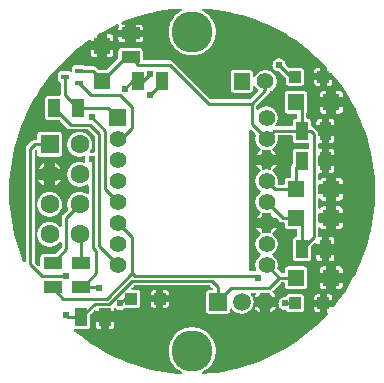
<source format=gtl>
G04 Layer: TopLayer*
G04 EasyEDA v6.4.20.6, 2021-07-31T12:59:30+08:00*
G04 153d8ea1f4684e84bb4c1cd47195d1c2,dc0dc03e7b3a4ea6afb4baf6e71cf47e,10*
G04 Gerber Generator version 0.2*
G04 Scale: 100 percent, Rotated: No, Reflected: No *
G04 Dimensions in inches *
G04 leading zeros omitted , absolute positions ,3 integer and 6 decimal *
%FSLAX36Y36*%
%MOIN*%

%ADD10C,0.0100*%
%ADD11C,0.0240*%
%ADD12R,0.0394X0.0394*%
%ADD13R,0.0610X0.0394*%
%ADD14R,0.0394X0.0610*%
%ADD15R,0.0551X0.0551*%
%ADD16R,0.0276X0.0157*%
%ADD18C,0.0591*%
%ADD19C,0.0551*%
%ADD20R,0.0630X0.0630*%
%ADD21C,0.0630*%
%ADD23C,0.0551*%
%ADD24C,0.1370*%

%LPD*%
G36*
X783319Y99720D02*
G01*
X781740Y99920D01*
X780380Y100700D01*
X779419Y101940D01*
X779000Y103460D01*
X779220Y105020D01*
X780020Y106380D01*
X781280Y107340D01*
X782039Y107700D01*
X788660Y111660D01*
X794860Y116260D01*
X800580Y121440D01*
X805759Y127140D01*
X810340Y133340D01*
X814320Y139960D01*
X817620Y146940D01*
X820220Y154200D01*
X822080Y161680D01*
X823220Y169300D01*
X823600Y177000D01*
X823220Y184720D01*
X822080Y192340D01*
X820220Y199820D01*
X817620Y207079D01*
X814320Y214060D01*
X810340Y220680D01*
X805759Y226860D01*
X800580Y232580D01*
X794860Y237760D01*
X788660Y242360D01*
X782039Y246320D01*
X775080Y249620D01*
X767820Y252220D01*
X760340Y254100D01*
X752700Y255219D01*
X745000Y255600D01*
X737300Y255219D01*
X729659Y254100D01*
X722180Y252220D01*
X714920Y249620D01*
X707960Y246320D01*
X701340Y242360D01*
X695140Y237760D01*
X689419Y232580D01*
X684240Y226860D01*
X679659Y220680D01*
X675680Y214060D01*
X672380Y207079D01*
X669780Y199820D01*
X667920Y192340D01*
X666780Y184720D01*
X666400Y177000D01*
X666780Y169300D01*
X667920Y161680D01*
X669780Y154200D01*
X672380Y146940D01*
X675680Y139960D01*
X679659Y133340D01*
X684240Y127140D01*
X689419Y121440D01*
X695140Y116260D01*
X701340Y111660D01*
X707960Y107700D01*
X709740Y106500D01*
X710540Y105160D01*
X710759Y103600D01*
X710380Y102080D01*
X709419Y100840D01*
X708080Y100040D01*
X706520Y99840D01*
X695699Y100520D01*
X673920Y102680D01*
X652220Y105620D01*
X630640Y109340D01*
X609200Y113840D01*
X587940Y119100D01*
X566880Y125100D01*
X546060Y131880D01*
X525480Y139400D01*
X505200Y147640D01*
X485220Y156600D01*
X465580Y166280D01*
X446300Y176660D01*
X427400Y187740D01*
X408900Y199460D01*
X390840Y211860D01*
X373260Y224899D01*
X356140Y238560D01*
X351460Y242560D01*
X350439Y243900D01*
X350060Y245539D01*
X350379Y247200D01*
X351380Y248560D01*
X352819Y249400D01*
X354500Y249579D01*
X356160Y249380D01*
X395100Y249380D01*
X397560Y249660D01*
X399680Y250420D01*
X401599Y251620D01*
X403200Y253200D01*
X404400Y255120D01*
X405140Y257240D01*
X405420Y259720D01*
X405420Y296760D01*
X405720Y298300D01*
X406580Y299580D01*
X417760Y310740D01*
X419060Y311600D01*
X420580Y311900D01*
X422120Y311600D01*
X423420Y310720D01*
X424280Y309440D01*
X424580Y307760D01*
X442020Y307760D01*
X442020Y314800D01*
X442340Y316340D01*
X443200Y317620D01*
X444500Y318500D01*
X446019Y318800D01*
X462720Y318800D01*
X464240Y318500D01*
X465540Y317620D01*
X466400Y316340D01*
X466719Y314800D01*
X466719Y307760D01*
X484159Y307760D01*
X484159Y315080D01*
X484540Y316760D01*
X485580Y318140D01*
X487120Y318940D01*
X488860Y319020D01*
X490460Y318340D01*
X493960Y315880D01*
X497440Y314240D01*
X501160Y313260D01*
X505000Y312920D01*
X508840Y313260D01*
X512560Y314240D01*
X516040Y315880D01*
X519260Y318120D01*
X520340Y319140D01*
X521599Y319940D01*
X523080Y320220D01*
X562220Y320220D01*
X564680Y320500D01*
X566820Y321240D01*
X568720Y322440D01*
X570320Y324040D01*
X571520Y325940D01*
X572260Y328080D01*
X572540Y330540D01*
X572540Y369460D01*
X572260Y371920D01*
X571520Y374060D01*
X570320Y375959D01*
X568720Y377560D01*
X566820Y378760D01*
X564680Y379500D01*
X562220Y379780D01*
X545800Y379780D01*
X544260Y380080D01*
X542960Y380959D01*
X542100Y382260D01*
X541800Y383780D01*
X542100Y385319D01*
X542960Y386620D01*
X550080Y393720D01*
X551380Y394600D01*
X552920Y394900D01*
X802080Y394900D01*
X803620Y394600D01*
X804920Y393720D01*
X812180Y386460D01*
X813060Y385160D01*
X813360Y383620D01*
X813060Y382100D01*
X812180Y380800D01*
X810900Y379940D01*
X809360Y379620D01*
X801960Y379620D01*
X799500Y379340D01*
X797360Y378600D01*
X795460Y377400D01*
X793860Y375800D01*
X792660Y373900D01*
X791919Y371760D01*
X791640Y369300D01*
X791640Y310700D01*
X791919Y308240D01*
X792660Y306100D01*
X793860Y304200D01*
X795460Y302600D01*
X797360Y301400D01*
X799500Y300660D01*
X801960Y300380D01*
X860560Y300380D01*
X863020Y300660D01*
X865160Y301400D01*
X867060Y302600D01*
X868660Y304200D01*
X869860Y306100D01*
X870600Y308240D01*
X870879Y310700D01*
X870879Y314220D01*
X871220Y315820D01*
X872180Y317160D01*
X873580Y318000D01*
X875200Y318220D01*
X876780Y317760D01*
X878020Y316700D01*
X880620Y313420D01*
X884419Y309740D01*
X888680Y306600D01*
X893319Y304060D01*
X898259Y302160D01*
X903420Y300940D01*
X908680Y300400D01*
X913960Y300580D01*
X919180Y301460D01*
X924240Y303020D01*
X929040Y305260D01*
X933500Y308100D01*
X937540Y311520D01*
X941100Y315440D01*
X944080Y319800D01*
X945780Y323180D01*
X946700Y324360D01*
X947840Y325080D01*
X947480Y326540D01*
X947700Y328040D01*
X948220Y329540D01*
X949260Y334720D01*
X949620Y340000D01*
X949260Y345280D01*
X948220Y350460D01*
X947700Y351960D01*
X947480Y353459D01*
X947860Y354960D01*
X946700Y355640D01*
X945780Y356820D01*
X944080Y360200D01*
X941720Y363640D01*
X941080Y365240D01*
X941160Y366960D01*
X941960Y368480D01*
X943340Y369520D01*
X945020Y369900D01*
X953720Y369900D01*
X955460Y369500D01*
X956840Y368400D01*
X957620Y366800D01*
X957620Y365020D01*
X956860Y363420D01*
X956080Y362420D01*
X953379Y357860D01*
X953120Y357260D01*
X971480Y357260D01*
X971480Y365900D01*
X971780Y367440D01*
X972640Y368720D01*
X973940Y369600D01*
X975480Y369900D01*
X1001000Y369900D01*
X1001620Y369960D01*
X1003259Y369780D01*
X1004700Y368940D01*
X1005660Y367600D01*
X1006000Y365980D01*
X1006000Y357260D01*
X1024300Y357260D01*
X1022820Y360200D01*
X1019840Y364560D01*
X1016280Y368480D01*
X1014040Y370360D01*
X1013040Y371659D01*
X1012640Y373260D01*
X1012900Y374880D01*
X1013800Y376240D01*
X1041280Y403720D01*
X1042580Y404600D01*
X1044120Y404900D01*
X1049280Y404900D01*
X1050820Y404600D01*
X1052120Y403720D01*
X1052980Y402440D01*
X1053280Y400900D01*
X1053280Y392660D01*
X1053560Y390200D01*
X1054300Y388060D01*
X1055520Y386160D01*
X1057100Y384560D01*
X1059020Y383360D01*
X1061140Y382620D01*
X1063620Y382340D01*
X1118280Y382340D01*
X1120740Y382620D01*
X1122880Y383360D01*
X1124780Y384560D01*
X1126380Y386160D01*
X1127580Y388060D01*
X1128320Y390200D01*
X1128600Y392660D01*
X1128600Y447340D01*
X1128320Y449799D01*
X1127580Y451940D01*
X1126380Y453840D01*
X1124780Y455439D01*
X1122880Y456640D01*
X1120740Y457380D01*
X1118280Y457660D01*
X1063620Y457660D01*
X1061140Y457380D01*
X1059020Y456640D01*
X1057100Y455439D01*
X1055520Y453840D01*
X1054300Y451940D01*
X1053560Y449799D01*
X1053280Y447340D01*
X1053280Y439099D01*
X1052980Y437560D01*
X1052120Y436280D01*
X1050820Y435400D01*
X1049280Y435100D01*
X1044100Y435100D01*
X1042560Y435400D01*
X1041260Y436280D01*
X1029820Y447700D01*
X1028980Y448940D01*
X1028660Y450400D01*
X1028880Y451880D01*
X1029280Y453000D01*
X1030340Y458020D01*
X1030680Y463140D01*
X1030340Y468280D01*
X1029280Y473300D01*
X1027560Y478140D01*
X1025200Y482720D01*
X1022240Y486900D01*
X1018720Y490660D01*
X1014740Y493900D01*
X1013319Y494780D01*
X1012140Y495880D01*
X1011480Y497380D01*
X1011480Y499000D01*
X1012140Y500500D01*
X1013319Y501599D01*
X1014740Y502460D01*
X1018720Y505720D01*
X1022240Y509460D01*
X1025200Y513660D01*
X1027560Y518220D01*
X1029280Y523080D01*
X1030340Y528100D01*
X1030680Y533220D01*
X1030340Y538360D01*
X1029280Y543380D01*
X1027560Y548220D01*
X1025200Y552800D01*
X1022240Y556980D01*
X1018720Y560740D01*
X1014740Y563980D01*
X1013319Y564860D01*
X1012140Y565960D01*
X1011480Y567460D01*
X1011480Y569080D01*
X1012140Y570580D01*
X1013319Y571680D01*
X1014740Y572540D01*
X1018720Y575800D01*
X1022240Y579540D01*
X1025200Y583740D01*
X1026900Y587020D01*
X1009300Y587020D01*
X1009300Y572960D01*
X1009040Y571500D01*
X1008280Y570260D01*
X1007099Y569380D01*
X1005699Y568980D01*
X1004240Y569100D01*
X1000699Y570100D01*
X995600Y570800D01*
X990460Y570800D01*
X985360Y570100D01*
X981820Y569100D01*
X980360Y568980D01*
X978960Y569380D01*
X977780Y570260D01*
X977020Y571500D01*
X976760Y572960D01*
X976760Y587020D01*
X959160Y587020D01*
X960860Y583740D01*
X963820Y579540D01*
X967340Y575800D01*
X971320Y572540D01*
X972740Y571680D01*
X973920Y570580D01*
X974580Y569080D01*
X974580Y567460D01*
X973920Y565960D01*
X972740Y564860D01*
X971320Y563980D01*
X967340Y560740D01*
X963820Y556980D01*
X960860Y552800D01*
X958500Y548220D01*
X956780Y543380D01*
X955740Y538360D01*
X955380Y533220D01*
X955740Y528100D01*
X956780Y523080D01*
X958500Y518220D01*
X960860Y513660D01*
X963820Y509460D01*
X967340Y505720D01*
X971320Y502460D01*
X972740Y501599D01*
X973920Y500500D01*
X974580Y499000D01*
X974580Y497380D01*
X973920Y495880D01*
X972740Y494780D01*
X971320Y493900D01*
X967340Y490660D01*
X963820Y486900D01*
X960860Y482720D01*
X958500Y478140D01*
X956780Y473300D01*
X955740Y468280D01*
X955380Y463140D01*
X955740Y458020D01*
X956780Y453000D01*
X958500Y448140D01*
X959080Y447020D01*
X959520Y445439D01*
X959300Y443840D01*
X958460Y442440D01*
X957120Y441500D01*
X955540Y441160D01*
X940200Y441160D01*
X938660Y441480D01*
X937380Y442340D01*
X936500Y443640D01*
X936200Y445160D01*
X936200Y908900D01*
X936500Y910440D01*
X937360Y911720D01*
X938660Y912600D01*
X940180Y912900D01*
X941720Y912600D01*
X943020Y911740D01*
X956120Y898800D01*
X956960Y897560D01*
X957300Y896100D01*
X957080Y894620D01*
X956780Y893780D01*
X955740Y888740D01*
X955380Y883620D01*
X955740Y878500D01*
X956780Y873460D01*
X958500Y868620D01*
X960860Y864060D01*
X963820Y859860D01*
X967340Y856100D01*
X971320Y852860D01*
X972740Y852000D01*
X973920Y850879D01*
X974580Y849400D01*
X974580Y847760D01*
X973920Y846280D01*
X972740Y845160D01*
X971320Y844300D01*
X967340Y841060D01*
X963820Y837300D01*
X960860Y833100D01*
X959160Y829820D01*
X976760Y829820D01*
X976760Y843900D01*
X977020Y845340D01*
X977780Y846580D01*
X978960Y847480D01*
X980360Y847880D01*
X981820Y847740D01*
X985360Y846760D01*
X990460Y846060D01*
X995600Y846060D01*
X1000699Y846760D01*
X1004240Y847740D01*
X1005699Y847880D01*
X1007099Y847480D01*
X1008280Y846580D01*
X1009040Y845340D01*
X1009300Y843900D01*
X1009300Y829820D01*
X1026900Y829820D01*
X1025200Y833100D01*
X1022240Y837300D01*
X1018720Y841060D01*
X1014740Y844300D01*
X1013319Y845160D01*
X1012140Y846280D01*
X1011480Y847760D01*
X1011480Y849400D01*
X1012140Y850879D01*
X1013319Y852000D01*
X1014740Y852860D01*
X1018720Y856100D01*
X1022240Y859860D01*
X1025200Y864060D01*
X1027560Y868620D01*
X1029280Y873460D01*
X1030340Y878500D01*
X1030680Y883620D01*
X1030340Y888740D01*
X1030060Y890080D01*
X1030080Y891840D01*
X1030860Y893420D01*
X1032240Y894520D01*
X1033960Y894900D01*
X1076840Y894900D01*
X1078380Y894599D01*
X1079680Y893720D01*
X1080540Y892440D01*
X1080840Y890900D01*
X1080840Y879720D01*
X1081120Y877240D01*
X1081860Y875120D01*
X1083060Y873199D01*
X1084660Y871620D01*
X1086580Y870420D01*
X1088700Y869659D01*
X1091160Y869380D01*
X1130100Y869380D01*
X1132120Y869260D01*
X1133560Y868439D01*
X1134560Y867080D01*
X1134900Y865460D01*
X1134900Y854539D01*
X1134560Y852920D01*
X1133560Y851560D01*
X1132120Y850740D01*
X1130100Y850620D01*
X1091160Y850620D01*
X1088700Y850340D01*
X1086580Y849580D01*
X1084660Y848379D01*
X1083060Y846800D01*
X1081860Y844880D01*
X1081120Y842760D01*
X1080840Y840280D01*
X1080840Y803100D01*
X1080620Y801740D01*
X1079940Y800560D01*
X1078400Y798700D01*
X1077020Y796080D01*
X1076160Y793259D01*
X1075840Y790120D01*
X1075840Y756660D01*
X1075540Y755120D01*
X1074680Y753840D01*
X1073380Y752960D01*
X1071840Y752660D01*
X1063620Y752660D01*
X1061140Y752380D01*
X1059020Y751640D01*
X1057100Y750440D01*
X1055520Y748840D01*
X1054300Y746940D01*
X1053560Y744800D01*
X1053280Y742340D01*
X1053280Y734100D01*
X1052980Y732560D01*
X1052120Y731280D01*
X1050820Y730400D01*
X1049280Y730100D01*
X1033540Y730100D01*
X1031820Y730480D01*
X1030440Y731580D01*
X1029640Y733160D01*
X1029620Y734920D01*
X1030340Y738340D01*
X1030680Y743460D01*
X1030340Y748580D01*
X1029280Y753620D01*
X1027560Y758460D01*
X1025200Y763020D01*
X1022240Y767220D01*
X1018720Y770980D01*
X1014740Y774220D01*
X1013319Y775080D01*
X1012140Y776200D01*
X1011480Y777680D01*
X1011480Y779320D01*
X1012140Y780800D01*
X1013319Y781919D01*
X1014740Y782780D01*
X1018720Y786020D01*
X1022240Y789780D01*
X1025200Y793980D01*
X1026900Y797260D01*
X1009300Y797260D01*
X1009300Y783180D01*
X1009040Y781740D01*
X1008280Y780500D01*
X1007099Y779599D01*
X1005699Y779200D01*
X1004240Y779340D01*
X1000699Y780320D01*
X995600Y781020D01*
X990460Y781020D01*
X985360Y780320D01*
X981820Y779340D01*
X980360Y779200D01*
X978960Y779599D01*
X977780Y780500D01*
X977020Y781740D01*
X976760Y783180D01*
X976760Y797260D01*
X959160Y797260D01*
X960860Y793980D01*
X963820Y789780D01*
X967340Y786020D01*
X971320Y782780D01*
X972740Y781919D01*
X973920Y780800D01*
X974580Y779320D01*
X974580Y777680D01*
X973920Y776200D01*
X972740Y775080D01*
X971320Y774220D01*
X967340Y770980D01*
X963820Y767220D01*
X960860Y763020D01*
X958500Y758460D01*
X956780Y753620D01*
X955740Y748580D01*
X955380Y743460D01*
X955740Y738340D01*
X956780Y733300D01*
X958500Y728460D01*
X960860Y723900D01*
X963820Y719700D01*
X967340Y715939D01*
X971320Y712700D01*
X972720Y711840D01*
X973920Y710740D01*
X974560Y709240D01*
X974560Y707620D01*
X973920Y706120D01*
X972720Y705000D01*
X971320Y704140D01*
X967340Y700900D01*
X963820Y697140D01*
X960860Y692960D01*
X958500Y688379D01*
X956780Y683540D01*
X955740Y678520D01*
X955380Y673379D01*
X955740Y668259D01*
X956780Y663240D01*
X958500Y658379D01*
X960860Y653820D01*
X963820Y649620D01*
X967340Y645879D01*
X971320Y642620D01*
X972740Y641760D01*
X973920Y640660D01*
X974580Y639160D01*
X974580Y637540D01*
X973920Y636040D01*
X972740Y634940D01*
X971320Y634060D01*
X967340Y630820D01*
X963820Y627060D01*
X960860Y622880D01*
X959160Y619580D01*
X976760Y619580D01*
X976760Y633660D01*
X977020Y635100D01*
X977780Y636360D01*
X978960Y637240D01*
X980360Y637640D01*
X981820Y637520D01*
X985360Y636520D01*
X990460Y635820D01*
X995600Y635820D01*
X1000699Y636520D01*
X1004240Y637520D01*
X1005699Y637640D01*
X1007099Y637240D01*
X1008280Y636360D01*
X1009040Y635100D01*
X1009300Y633660D01*
X1009300Y619580D01*
X1023820Y619580D01*
X1025340Y619280D01*
X1026640Y618420D01*
X1035600Y609460D01*
X1038040Y607460D01*
X1040639Y606060D01*
X1043480Y605200D01*
X1046620Y604900D01*
X1049280Y604900D01*
X1050820Y604600D01*
X1052120Y603720D01*
X1052980Y602440D01*
X1053280Y600900D01*
X1053280Y592660D01*
X1053560Y590200D01*
X1054300Y588060D01*
X1055520Y586160D01*
X1057100Y584560D01*
X1059020Y583360D01*
X1061140Y582620D01*
X1063620Y582340D01*
X1091540Y582340D01*
X1093060Y582040D01*
X1094360Y581160D01*
X1095220Y579880D01*
X1095540Y578340D01*
X1095540Y559620D01*
X1095220Y558080D01*
X1094360Y556780D01*
X1093060Y555920D01*
X1088700Y555340D01*
X1086580Y554580D01*
X1084660Y553380D01*
X1083060Y551800D01*
X1081860Y549880D01*
X1081120Y547760D01*
X1080840Y545280D01*
X1080840Y484720D01*
X1081120Y482239D01*
X1081860Y480120D01*
X1083060Y478200D01*
X1084660Y476620D01*
X1086580Y475420D01*
X1088700Y474660D01*
X1091160Y474380D01*
X1130100Y474380D01*
X1132560Y474660D01*
X1134680Y475420D01*
X1136600Y476620D01*
X1138200Y478200D01*
X1139400Y480120D01*
X1140140Y482239D01*
X1140420Y484720D01*
X1140420Y521780D01*
X1140720Y523300D01*
X1141580Y524600D01*
X1152760Y535780D01*
X1154060Y536640D01*
X1155580Y536940D01*
X1157120Y536640D01*
X1158420Y535780D01*
X1159280Y534480D01*
X1159580Y532760D01*
X1177020Y532760D01*
X1177020Y555620D01*
X1169900Y555620D01*
X1167880Y555740D01*
X1166440Y556560D01*
X1165440Y557920D01*
X1165100Y559540D01*
X1165100Y585840D01*
X1165460Y587520D01*
X1166500Y588880D01*
X1168000Y589700D01*
X1169700Y589800D01*
X1171300Y589200D01*
X1172480Y587980D01*
X1173620Y586160D01*
X1175220Y584560D01*
X1177140Y583360D01*
X1179260Y582620D01*
X1181720Y582340D01*
X1192780Y582340D01*
X1192780Y603720D01*
X1169100Y603720D01*
X1167560Y604020D01*
X1166280Y604900D01*
X1165400Y606180D01*
X1165100Y607720D01*
X1165100Y632280D01*
X1165400Y633820D01*
X1166280Y635100D01*
X1167560Y635980D01*
X1169100Y636280D01*
X1192780Y636280D01*
X1192780Y657660D01*
X1181720Y657660D01*
X1179260Y657380D01*
X1177140Y656640D01*
X1175220Y655440D01*
X1173620Y653840D01*
X1172480Y652020D01*
X1171300Y650800D01*
X1169700Y650200D01*
X1168000Y650300D01*
X1166500Y651120D01*
X1165460Y652480D01*
X1165100Y654160D01*
X1165100Y680840D01*
X1165460Y682520D01*
X1166500Y683880D01*
X1168000Y684700D01*
X1169700Y684800D01*
X1171300Y684200D01*
X1172480Y682980D01*
X1173620Y681160D01*
X1175220Y679560D01*
X1177140Y678360D01*
X1179260Y677620D01*
X1181720Y677340D01*
X1192780Y677340D01*
X1192780Y698720D01*
X1169100Y698720D01*
X1167560Y699020D01*
X1166280Y699900D01*
X1165400Y701180D01*
X1165100Y702720D01*
X1165100Y727280D01*
X1165400Y728820D01*
X1166280Y730100D01*
X1167560Y730980D01*
X1169100Y731280D01*
X1192780Y731280D01*
X1192780Y752660D01*
X1181720Y752660D01*
X1179260Y752380D01*
X1177140Y751640D01*
X1175220Y750440D01*
X1173620Y748840D01*
X1172480Y747020D01*
X1171300Y745800D01*
X1169700Y745200D01*
X1168000Y745300D01*
X1166500Y746120D01*
X1165460Y747480D01*
X1165100Y749160D01*
X1165100Y765460D01*
X1165440Y767080D01*
X1166440Y768439D01*
X1167880Y769260D01*
X1169900Y769380D01*
X1177020Y769380D01*
X1177020Y792240D01*
X1169100Y792240D01*
X1167560Y792540D01*
X1166280Y793420D01*
X1165400Y794720D01*
X1165100Y796240D01*
X1165100Y823760D01*
X1165400Y825280D01*
X1166280Y826580D01*
X1167560Y827460D01*
X1169100Y827760D01*
X1177020Y827760D01*
X1177020Y850620D01*
X1169900Y850620D01*
X1167880Y850740D01*
X1166440Y851560D01*
X1165440Y852920D01*
X1165100Y854539D01*
X1165100Y865460D01*
X1165440Y867080D01*
X1166440Y868439D01*
X1167880Y869260D01*
X1169900Y869380D01*
X1177020Y869380D01*
X1177020Y892240D01*
X1169100Y892240D01*
X1167560Y892540D01*
X1166280Y893420D01*
X1165400Y894720D01*
X1165100Y896240D01*
X1165100Y899800D01*
X1164800Y902940D01*
X1163940Y905780D01*
X1162540Y908379D01*
X1160540Y910819D01*
X1150820Y920540D01*
X1148380Y922540D01*
X1145780Y923940D01*
X1143260Y924700D01*
X1141780Y925520D01*
X1140780Y926880D01*
X1140420Y928520D01*
X1140420Y940280D01*
X1140140Y942760D01*
X1139400Y944880D01*
X1138200Y946800D01*
X1136600Y948379D01*
X1134680Y949580D01*
X1132560Y950340D01*
X1129740Y950620D01*
X1128200Y950920D01*
X1126900Y951780D01*
X1126040Y953080D01*
X1125740Y954620D01*
X1125740Y968960D01*
X1125880Y970080D01*
X1126340Y971100D01*
X1127580Y973060D01*
X1128320Y975200D01*
X1128600Y977660D01*
X1128600Y1032340D01*
X1128320Y1034800D01*
X1127580Y1036940D01*
X1126380Y1038840D01*
X1124780Y1040440D01*
X1122880Y1041640D01*
X1120740Y1042380D01*
X1118280Y1042660D01*
X1063620Y1042660D01*
X1061140Y1042380D01*
X1059020Y1041640D01*
X1057100Y1040440D01*
X1055520Y1038840D01*
X1054300Y1036940D01*
X1053560Y1034800D01*
X1053280Y1032340D01*
X1053280Y977660D01*
X1053560Y975200D01*
X1054300Y973060D01*
X1055520Y971160D01*
X1057100Y969560D01*
X1059020Y968360D01*
X1061140Y967620D01*
X1063620Y967340D01*
X1091540Y967340D01*
X1093060Y967039D01*
X1094360Y966160D01*
X1095220Y964880D01*
X1095540Y963340D01*
X1095540Y954620D01*
X1095220Y953080D01*
X1094360Y951780D01*
X1093060Y950920D01*
X1088700Y950340D01*
X1086580Y949580D01*
X1084660Y948379D01*
X1083060Y946800D01*
X1081860Y944880D01*
X1081120Y942760D01*
X1080840Y940280D01*
X1080840Y929100D01*
X1080540Y927560D01*
X1079680Y926280D01*
X1078380Y925400D01*
X1076840Y925100D01*
X1026540Y925100D01*
X1024840Y925480D01*
X1023480Y926540D01*
X1022680Y928080D01*
X1022600Y929800D01*
X1023280Y931400D01*
X1025200Y934140D01*
X1027560Y938700D01*
X1029280Y943540D01*
X1030340Y948580D01*
X1030680Y953700D01*
X1030340Y958820D01*
X1029280Y963860D01*
X1027560Y968700D01*
X1025200Y973259D01*
X1022240Y977460D01*
X1018720Y981220D01*
X1014740Y984460D01*
X1010360Y987120D01*
X1005639Y989180D01*
X1000699Y990560D01*
X995600Y991260D01*
X990460Y991260D01*
X985360Y990560D01*
X980420Y989180D01*
X975699Y987120D01*
X971320Y984460D01*
X967340Y981220D01*
X966420Y980240D01*
X965140Y979320D01*
X963600Y978980D01*
X962039Y979260D01*
X960699Y980120D01*
X959820Y981420D01*
X959500Y982980D01*
X959500Y991480D01*
X959800Y993020D01*
X960680Y994320D01*
X999940Y1033580D01*
X1001940Y1036020D01*
X1004180Y1040100D01*
X1005540Y1041080D01*
X1006700Y1041580D01*
X1011080Y1044240D01*
X1015060Y1047480D01*
X1018580Y1051240D01*
X1021540Y1055440D01*
X1023900Y1060000D01*
X1025620Y1064840D01*
X1026660Y1069880D01*
X1027020Y1075000D01*
X1026660Y1080120D01*
X1025620Y1085160D01*
X1023900Y1090000D01*
X1021540Y1094560D01*
X1018580Y1098760D01*
X1015060Y1102520D01*
X1011080Y1105760D01*
X1006700Y1108420D01*
X1001979Y1110480D01*
X997039Y1111860D01*
X991940Y1112560D01*
X986800Y1112560D01*
X981720Y1111860D01*
X976760Y1110480D01*
X972039Y1108420D01*
X967660Y1105760D01*
X963680Y1102520D01*
X960160Y1098760D01*
X957200Y1094560D01*
X955840Y1091940D01*
X954700Y1090580D01*
X953100Y1089860D01*
X951340Y1089880D01*
X949760Y1090680D01*
X948680Y1092060D01*
X948280Y1093780D01*
X948280Y1102340D01*
X948020Y1104800D01*
X947260Y1106940D01*
X946060Y1108840D01*
X944479Y1110440D01*
X942560Y1111640D01*
X940440Y1112380D01*
X937960Y1112660D01*
X883300Y1112660D01*
X880819Y1112380D01*
X878700Y1111640D01*
X876780Y1110440D01*
X875200Y1108840D01*
X874000Y1106940D01*
X873240Y1104800D01*
X872980Y1102340D01*
X872980Y1047660D01*
X873240Y1045200D01*
X874000Y1043060D01*
X875200Y1041160D01*
X876780Y1039560D01*
X878700Y1038360D01*
X880819Y1037620D01*
X883300Y1037340D01*
X937960Y1037340D01*
X940440Y1037620D01*
X942560Y1038360D01*
X944479Y1039560D01*
X946060Y1041160D01*
X947260Y1043060D01*
X948020Y1045200D01*
X948280Y1047660D01*
X948280Y1056220D01*
X948680Y1057940D01*
X949760Y1059320D01*
X951340Y1060120D01*
X953100Y1060140D01*
X954700Y1059420D01*
X955840Y1058060D01*
X957200Y1055440D01*
X960160Y1051240D01*
X963680Y1047480D01*
X964340Y1046940D01*
X965380Y1045639D01*
X965819Y1044040D01*
X965560Y1042400D01*
X964659Y1041000D01*
X939920Y1016280D01*
X938620Y1015400D01*
X937080Y1015100D01*
X807920Y1015100D01*
X806380Y1015400D01*
X805080Y1016280D01*
X680819Y1140540D01*
X678379Y1142540D01*
X675780Y1143940D01*
X672940Y1144800D01*
X669800Y1145100D01*
X584620Y1145100D01*
X583080Y1145400D01*
X581780Y1146280D01*
X580920Y1147560D01*
X580620Y1149100D01*
X580620Y1175100D01*
X580340Y1177560D01*
X579580Y1179680D01*
X578380Y1181600D01*
X576800Y1183200D01*
X574880Y1184400D01*
X572760Y1185140D01*
X570280Y1185420D01*
X509720Y1185420D01*
X507239Y1185140D01*
X505120Y1184400D01*
X503200Y1183200D01*
X501620Y1181600D01*
X500420Y1179680D01*
X499660Y1177560D01*
X499380Y1175100D01*
X499380Y1153340D01*
X499080Y1151820D01*
X498220Y1150520D01*
X462480Y1114780D01*
X461180Y1113900D01*
X459640Y1113600D01*
X434400Y1113600D01*
X432879Y1113900D01*
X431580Y1114780D01*
X425820Y1120540D01*
X423380Y1122540D01*
X420780Y1123940D01*
X417939Y1124800D01*
X414799Y1125100D01*
X390880Y1125100D01*
X389760Y1125260D01*
X388740Y1125720D01*
X386780Y1126960D01*
X384640Y1127700D01*
X382180Y1127980D01*
X355060Y1127980D01*
X352600Y1127700D01*
X350480Y1126960D01*
X348560Y1125760D01*
X346960Y1124160D01*
X345760Y1122240D01*
X345020Y1120120D01*
X344739Y1117640D01*
X344739Y1110760D01*
X344460Y1109280D01*
X343640Y1108000D01*
X342400Y1107120D01*
X340920Y1106760D01*
X339420Y1106980D01*
X337400Y1107700D01*
X334940Y1107980D01*
X307820Y1107980D01*
X305360Y1107700D01*
X303220Y1106960D01*
X301320Y1105760D01*
X299720Y1104160D01*
X298520Y1102240D01*
X297780Y1100120D01*
X297500Y1097640D01*
X297500Y1082360D01*
X297780Y1079880D01*
X298520Y1077760D01*
X299720Y1075840D01*
X301320Y1074240D01*
X305000Y1072080D01*
X305940Y1070740D01*
X306280Y1069140D01*
X306280Y1029620D01*
X305980Y1028080D01*
X305100Y1026780D01*
X303820Y1025920D01*
X302280Y1025620D01*
X266160Y1025620D01*
X263700Y1025340D01*
X261580Y1024580D01*
X259660Y1023379D01*
X258060Y1021800D01*
X256860Y1019880D01*
X256119Y1017760D01*
X255840Y1015280D01*
X255840Y954720D01*
X256119Y952240D01*
X256860Y950120D01*
X258060Y948199D01*
X259660Y946620D01*
X261580Y945420D01*
X263700Y944659D01*
X266160Y944380D01*
X303200Y944380D01*
X304740Y944080D01*
X306020Y943220D01*
X319200Y930040D01*
X329219Y919419D01*
X331620Y917460D01*
X334219Y916060D01*
X337060Y915200D01*
X340200Y914900D01*
X397080Y914900D01*
X398620Y914599D01*
X399920Y913720D01*
X418720Y894920D01*
X419600Y893620D01*
X419900Y892080D01*
X419900Y840340D01*
X419640Y838900D01*
X418880Y837660D01*
X417720Y836780D01*
X416320Y836360D01*
X414860Y836480D01*
X413840Y836740D01*
X410000Y837080D01*
X409020Y837000D01*
X407540Y837140D01*
X406220Y837820D01*
X405240Y838940D01*
X404720Y840340D01*
X404760Y841840D01*
X405340Y843199D01*
X406019Y844200D01*
X408420Y849080D01*
X410180Y854240D01*
X411240Y859580D01*
X411580Y865000D01*
X411240Y870420D01*
X410180Y875759D01*
X408420Y880920D01*
X406019Y885800D01*
X403000Y890320D01*
X399400Y894400D01*
X395319Y898000D01*
X390800Y901020D01*
X385920Y903420D01*
X380760Y905180D01*
X375420Y906240D01*
X370000Y906580D01*
X364580Y906240D01*
X359240Y905180D01*
X354080Y903420D01*
X349200Y901020D01*
X344680Y898000D01*
X340600Y894400D01*
X337000Y890320D01*
X333980Y885800D01*
X331580Y880920D01*
X329820Y875759D01*
X328760Y870420D01*
X328420Y865000D01*
X328760Y859580D01*
X329820Y854240D01*
X331580Y849080D01*
X333980Y844200D01*
X337000Y839680D01*
X340600Y835600D01*
X344680Y832000D01*
X349200Y828980D01*
X354080Y826580D01*
X359240Y824820D01*
X364580Y823760D01*
X370000Y823420D01*
X375420Y823760D01*
X380760Y824820D01*
X383680Y825819D01*
X385379Y826020D01*
X387020Y825460D01*
X388260Y824300D01*
X388900Y822700D01*
X388840Y821000D01*
X388260Y818840D01*
X387920Y815000D01*
X388260Y811160D01*
X388840Y809000D01*
X388900Y807300D01*
X388260Y805699D01*
X387020Y804539D01*
X385379Y803980D01*
X383680Y804180D01*
X380760Y805180D01*
X375420Y806240D01*
X370000Y806580D01*
X364580Y806240D01*
X359240Y805180D01*
X354080Y803420D01*
X349200Y801020D01*
X344680Y798000D01*
X340600Y794400D01*
X337000Y790320D01*
X333980Y785800D01*
X331580Y780920D01*
X329820Y775759D01*
X328760Y770420D01*
X328420Y765000D01*
X328760Y759580D01*
X329820Y754240D01*
X331580Y749080D01*
X333980Y744200D01*
X337000Y739680D01*
X340600Y735600D01*
X344680Y732000D01*
X349200Y728980D01*
X354080Y726580D01*
X359240Y724820D01*
X364580Y723760D01*
X370000Y723420D01*
X375420Y723760D01*
X380760Y724820D01*
X385920Y726580D01*
X390800Y728980D01*
X393680Y730920D01*
X395280Y731540D01*
X396980Y731440D01*
X398500Y730620D01*
X399540Y729260D01*
X399900Y727580D01*
X399900Y702420D01*
X399540Y700740D01*
X398500Y699380D01*
X396980Y698560D01*
X395280Y698460D01*
X393680Y699080D01*
X390800Y701020D01*
X385920Y703420D01*
X380760Y705180D01*
X375420Y706240D01*
X370000Y706580D01*
X364580Y706240D01*
X359240Y705180D01*
X354080Y703420D01*
X349200Y701020D01*
X344680Y698000D01*
X340600Y694400D01*
X337000Y690320D01*
X333980Y685800D01*
X331580Y680920D01*
X329820Y675759D01*
X328760Y670420D01*
X328420Y665000D01*
X328760Y659580D01*
X329820Y654240D01*
X331079Y650580D01*
X331280Y649120D01*
X330940Y647680D01*
X330120Y646460D01*
X314460Y630820D01*
X312460Y628380D01*
X311060Y625780D01*
X310200Y622940D01*
X309900Y619800D01*
X309900Y593060D01*
X309580Y591500D01*
X308660Y590180D01*
X307300Y589320D01*
X305720Y589080D01*
X304180Y589460D01*
X302900Y590440D01*
X299400Y594400D01*
X295320Y598000D01*
X290800Y601020D01*
X285920Y603420D01*
X280760Y605180D01*
X275420Y606240D01*
X270000Y606580D01*
X264580Y606240D01*
X259240Y605180D01*
X254080Y603420D01*
X249200Y601020D01*
X244680Y598000D01*
X240600Y594400D01*
X237000Y590320D01*
X233980Y585800D01*
X231580Y580920D01*
X229820Y575760D01*
X228760Y570420D01*
X228420Y565000D01*
X228760Y559580D01*
X229820Y554240D01*
X231580Y549080D01*
X233980Y544200D01*
X237000Y539680D01*
X240600Y535600D01*
X244680Y532000D01*
X249200Y528980D01*
X254080Y526580D01*
X259240Y524820D01*
X264580Y523760D01*
X270000Y523420D01*
X275420Y523760D01*
X280760Y524820D01*
X285920Y526580D01*
X290800Y528980D01*
X295320Y532000D01*
X299400Y535600D01*
X302900Y539560D01*
X304180Y540540D01*
X305720Y540920D01*
X307300Y540680D01*
X308660Y539820D01*
X309580Y538500D01*
X309900Y536940D01*
X309900Y522280D01*
X309600Y520760D01*
X308720Y519460D01*
X289600Y500319D01*
X288300Y499460D01*
X286780Y499159D01*
X249720Y499159D01*
X247240Y498880D01*
X245120Y498140D01*
X243200Y496940D01*
X241620Y495340D01*
X240420Y493420D01*
X239660Y491300D01*
X239380Y488840D01*
X239380Y461620D01*
X239080Y460100D01*
X238220Y458800D01*
X236920Y457920D01*
X235380Y457620D01*
X233860Y457920D01*
X232560Y458800D01*
X221280Y470080D01*
X220400Y471380D01*
X220100Y472920D01*
X220100Y842080D01*
X220400Y843620D01*
X221580Y845220D01*
X222880Y846080D01*
X224400Y846400D01*
X225940Y846080D01*
X227240Y845220D01*
X228100Y843920D01*
X228400Y842400D01*
X228400Y833720D01*
X228680Y831260D01*
X229420Y829140D01*
X230620Y827220D01*
X232220Y825620D01*
X234140Y824419D01*
X236260Y823680D01*
X238720Y823400D01*
X301280Y823400D01*
X303740Y823680D01*
X305860Y824419D01*
X307780Y825620D01*
X309380Y827220D01*
X310580Y829140D01*
X311320Y831260D01*
X311600Y833720D01*
X311600Y896280D01*
X311320Y898740D01*
X310580Y900860D01*
X309380Y902780D01*
X307780Y904380D01*
X305860Y905580D01*
X303740Y906320D01*
X301280Y906600D01*
X238720Y906600D01*
X236260Y906320D01*
X234140Y905580D01*
X232220Y904380D01*
X230620Y902780D01*
X229420Y900860D01*
X228680Y898740D01*
X228400Y896280D01*
X228400Y884100D01*
X228100Y882560D01*
X227240Y881280D01*
X225940Y880400D01*
X224400Y880100D01*
X220200Y880100D01*
X217060Y879800D01*
X214220Y878940D01*
X211620Y877540D01*
X209180Y875540D01*
X194460Y860819D01*
X192460Y858379D01*
X191060Y855780D01*
X190200Y852940D01*
X189899Y849800D01*
X189899Y475060D01*
X189600Y473519D01*
X188740Y472220D01*
X187440Y471360D01*
X185900Y471060D01*
X184380Y471360D01*
X183080Y472220D01*
X182200Y473519D01*
X177840Y484020D01*
X170140Y504520D01*
X163180Y525280D01*
X156980Y546300D01*
X151540Y567500D01*
X146860Y588900D01*
X142960Y610440D01*
X139820Y632120D01*
X137480Y653900D01*
X135900Y675740D01*
X135120Y697620D01*
X135120Y719520D01*
X135920Y741400D01*
X137480Y763240D01*
X139840Y785020D01*
X142980Y806700D01*
X146900Y828240D01*
X151580Y849640D01*
X157020Y870840D01*
X163240Y891840D01*
X170180Y912620D01*
X177880Y933120D01*
X186320Y953319D01*
X195460Y973220D01*
X205320Y992780D01*
X215859Y1011960D01*
X227100Y1030759D01*
X239000Y1049140D01*
X251560Y1067100D01*
X264760Y1084580D01*
X278560Y1101580D01*
X292980Y1118060D01*
X307960Y1134020D01*
X323519Y1149440D01*
X339620Y1164280D01*
X356240Y1178540D01*
X373360Y1192200D01*
X390959Y1205220D01*
X401079Y1212160D01*
X402380Y1212740D01*
X403800Y1212840D01*
X405160Y1212420D01*
X406300Y1211560D01*
X407060Y1210340D01*
X428720Y1210340D01*
X428720Y1227760D01*
X428960Y1229120D01*
X429640Y1230320D01*
X430700Y1231200D01*
X446420Y1240400D01*
X465700Y1250780D01*
X485340Y1260460D01*
X496040Y1265260D01*
X497700Y1265600D01*
X499360Y1265240D01*
X500700Y1264240D01*
X501520Y1262760D01*
X501640Y1261060D01*
X501079Y1259480D01*
X500420Y1258420D01*
X499660Y1256300D01*
X499380Y1253840D01*
X499380Y1246720D01*
X522239Y1246720D01*
X522239Y1264160D01*
X512840Y1264160D01*
X511300Y1264460D01*
X510020Y1265340D01*
X509140Y1266640D01*
X508840Y1268180D01*
X509159Y1269700D01*
X510040Y1271000D01*
X511340Y1271860D01*
X525620Y1277660D01*
X546200Y1285160D01*
X567020Y1291940D01*
X588080Y1297940D01*
X609340Y1303200D01*
X630780Y1307680D01*
X652360Y1311399D01*
X674060Y1314340D01*
X695840Y1316500D01*
X706500Y1317160D01*
X708060Y1316960D01*
X709400Y1316160D01*
X710360Y1314920D01*
X710740Y1313400D01*
X710520Y1311840D01*
X709720Y1310500D01*
X707960Y1309319D01*
X701340Y1305340D01*
X695140Y1300760D01*
X689419Y1295580D01*
X684240Y1289860D01*
X679659Y1283660D01*
X675680Y1277040D01*
X672380Y1270080D01*
X669780Y1262820D01*
X667920Y1255340D01*
X666780Y1247700D01*
X666400Y1240000D01*
X666780Y1232300D01*
X667920Y1224660D01*
X669780Y1217180D01*
X672380Y1209920D01*
X675680Y1202960D01*
X679659Y1196340D01*
X684240Y1190140D01*
X689419Y1184420D01*
X695140Y1179240D01*
X701340Y1174660D01*
X707960Y1170680D01*
X714920Y1167380D01*
X722180Y1164780D01*
X729659Y1162920D01*
X737300Y1161780D01*
X745000Y1161400D01*
X752700Y1161780D01*
X760340Y1162920D01*
X767820Y1164780D01*
X775080Y1167380D01*
X782039Y1170680D01*
X788660Y1174660D01*
X794860Y1179240D01*
X800580Y1184420D01*
X805759Y1190140D01*
X810340Y1196340D01*
X814320Y1202960D01*
X817620Y1209920D01*
X820220Y1217180D01*
X822080Y1224660D01*
X823220Y1232300D01*
X823600Y1240000D01*
X823220Y1247700D01*
X822080Y1255340D01*
X820220Y1262820D01*
X817620Y1270080D01*
X814320Y1277040D01*
X810340Y1283660D01*
X805759Y1289860D01*
X800580Y1295580D01*
X794860Y1300760D01*
X788660Y1305340D01*
X781280Y1309700D01*
X780040Y1310640D01*
X779260Y1312000D01*
X779060Y1313560D01*
X779479Y1315080D01*
X780440Y1316320D01*
X781820Y1317080D01*
X783379Y1317260D01*
X805200Y1315500D01*
X826960Y1312940D01*
X848600Y1309620D01*
X870100Y1305500D01*
X891460Y1300640D01*
X912620Y1295000D01*
X933560Y1288600D01*
X954260Y1281459D01*
X974700Y1273580D01*
X994840Y1264960D01*
X1014640Y1255640D01*
X1034120Y1245600D01*
X1053200Y1234880D01*
X1071900Y1223480D01*
X1090180Y1211420D01*
X1108000Y1198700D01*
X1125380Y1185360D01*
X1142240Y1171400D01*
X1158600Y1156840D01*
X1174420Y1141700D01*
X1189700Y1126000D01*
X1193560Y1121760D01*
X1194320Y1120520D01*
X1194580Y1119080D01*
X1194580Y1102340D01*
X1208800Y1102340D01*
X1210500Y1101960D01*
X1211860Y1100920D01*
X1218520Y1093020D01*
X1232000Y1075780D01*
X1244880Y1058060D01*
X1257100Y1039900D01*
X1268680Y1021300D01*
X1279560Y1002300D01*
X1289760Y982920D01*
X1299259Y963180D01*
X1308040Y943120D01*
X1316100Y922760D01*
X1323440Y902120D01*
X1330000Y881240D01*
X1335840Y860120D01*
X1340900Y838820D01*
X1345180Y817340D01*
X1348700Y795740D01*
X1351440Y774000D01*
X1353420Y752200D01*
X1354580Y730320D01*
X1354980Y708420D01*
X1354580Y686540D01*
X1353400Y664659D01*
X1351440Y642860D01*
X1348680Y621120D01*
X1345160Y599520D01*
X1340860Y578040D01*
X1335800Y556740D01*
X1329960Y535620D01*
X1323380Y514739D01*
X1316060Y494099D01*
X1308000Y473740D01*
X1299199Y453680D01*
X1289700Y433960D01*
X1279500Y414580D01*
X1268600Y395580D01*
X1257020Y376980D01*
X1244800Y358820D01*
X1231920Y341100D01*
X1218680Y324200D01*
X1217800Y323360D01*
X1216720Y322840D01*
X1215540Y322660D01*
X1194580Y322660D01*
X1194580Y305080D01*
X1196040Y304360D01*
X1197080Y303100D01*
X1197560Y301540D01*
X1197360Y299940D01*
X1196520Y298520D01*
X1189600Y290880D01*
X1174320Y275200D01*
X1158500Y260060D01*
X1142140Y245520D01*
X1125260Y231560D01*
X1107900Y218220D01*
X1090060Y205500D01*
X1071780Y193440D01*
X1053080Y182040D01*
X1033980Y171320D01*
X1014520Y161300D01*
X994700Y151980D01*
X974560Y143360D01*
X954120Y135500D01*
X933420Y128360D01*
X912480Y121960D01*
X891320Y116340D01*
X869960Y111460D01*
X848460Y107360D01*
X826800Y104040D01*
X805060Y101480D01*
G37*

%LPC*%
G36*
X557760Y1246720D02*
G01*
X580620Y1246720D01*
X580620Y1253840D01*
X580340Y1256300D01*
X579580Y1258420D01*
X578380Y1260340D01*
X576800Y1261940D01*
X574880Y1263140D01*
X572760Y1263880D01*
X570280Y1264160D01*
X557760Y1264160D01*
G37*
G36*
X466719Y249380D02*
G01*
X473840Y249380D01*
X476300Y249660D01*
X478420Y250420D01*
X480340Y251620D01*
X481940Y253200D01*
X483140Y255120D01*
X483880Y257240D01*
X484159Y259720D01*
X484159Y272240D01*
X466719Y272240D01*
G37*
G36*
X971480Y304380D02*
G01*
X971480Y322740D01*
X953120Y322740D01*
X953379Y322140D01*
X956080Y317580D01*
X959360Y313420D01*
X963160Y309740D01*
X967420Y306600D01*
G37*
G36*
X1006000Y304440D02*
G01*
X1007780Y305260D01*
X1012240Y308100D01*
X1016280Y311520D01*
X1019840Y315440D01*
X1022820Y319800D01*
X1024300Y322740D01*
X1006000Y322740D01*
G37*
G36*
X1162780Y305220D02*
G01*
X1169900Y305220D01*
X1169900Y322660D01*
X1152460Y322660D01*
X1152460Y315540D01*
X1152740Y313080D01*
X1153480Y310940D01*
X1154680Y309040D01*
X1156280Y307440D01*
X1158180Y306240D01*
X1160320Y305500D01*
G37*
G36*
X1068300Y305220D02*
G01*
X1107220Y305220D01*
X1109680Y305500D01*
X1111820Y306240D01*
X1113720Y307440D01*
X1115320Y309040D01*
X1116520Y310940D01*
X1117260Y313080D01*
X1117540Y315540D01*
X1117540Y354460D01*
X1117260Y356920D01*
X1116520Y359060D01*
X1115320Y360959D01*
X1113720Y362560D01*
X1111820Y363760D01*
X1109680Y364500D01*
X1107220Y364780D01*
X1068300Y364780D01*
X1065820Y364500D01*
X1063700Y363760D01*
X1061780Y362560D01*
X1060200Y360959D01*
X1058920Y358920D01*
X1057920Y357860D01*
X1056620Y357200D01*
X1051160Y356740D01*
X1047440Y355760D01*
X1043960Y354120D01*
X1040800Y351920D01*
X1038080Y349200D01*
X1035879Y346040D01*
X1034240Y342560D01*
X1033259Y338840D01*
X1032920Y335000D01*
X1033259Y331160D01*
X1034240Y327440D01*
X1035879Y323960D01*
X1038080Y320800D01*
X1040800Y318080D01*
X1043960Y315880D01*
X1047440Y314240D01*
X1051160Y313260D01*
X1056620Y312800D01*
X1057920Y312140D01*
X1058920Y311080D01*
X1060200Y309040D01*
X1061780Y307440D01*
X1063700Y306240D01*
X1065820Y305500D01*
G37*
G36*
X649580Y320220D02*
G01*
X656700Y320220D01*
X659180Y320500D01*
X661300Y321240D01*
X663220Y322440D01*
X664800Y324040D01*
X666000Y325940D01*
X666760Y328080D01*
X667020Y330540D01*
X667020Y337660D01*
X649580Y337660D01*
G37*
G36*
X617780Y320220D02*
G01*
X624900Y320220D01*
X624900Y337660D01*
X607460Y337660D01*
X607460Y330540D01*
X607740Y328080D01*
X608480Y325940D01*
X609680Y324040D01*
X611280Y322440D01*
X613180Y321240D01*
X615320Y320500D01*
G37*
G36*
X1152460Y347340D02*
G01*
X1169900Y347340D01*
X1169900Y364780D01*
X1162780Y364780D01*
X1160320Y364500D01*
X1158180Y363760D01*
X1156280Y362560D01*
X1154680Y360959D01*
X1153480Y359060D01*
X1152740Y356920D01*
X1152460Y354460D01*
G37*
G36*
X1194580Y347340D02*
G01*
X1212020Y347340D01*
X1212020Y354460D01*
X1211760Y356920D01*
X1211000Y359060D01*
X1209800Y360959D01*
X1208220Y362560D01*
X1206300Y363760D01*
X1204180Y364500D01*
X1201700Y364780D01*
X1194580Y364780D01*
G37*
G36*
X607460Y362340D02*
G01*
X624900Y362340D01*
X624900Y379780D01*
X617780Y379780D01*
X615320Y379500D01*
X613180Y378760D01*
X611280Y377560D01*
X609680Y375959D01*
X608480Y374060D01*
X607740Y371920D01*
X607460Y369460D01*
G37*
G36*
X649580Y362340D02*
G01*
X667020Y362340D01*
X667020Y369460D01*
X666760Y371920D01*
X666000Y374060D01*
X664800Y375959D01*
X663220Y377560D01*
X661300Y378760D01*
X659180Y379500D01*
X656700Y379780D01*
X649580Y379780D01*
G37*
G36*
X1181720Y382340D02*
G01*
X1192780Y382340D01*
X1192780Y403720D01*
X1171400Y403720D01*
X1171400Y392660D01*
X1171680Y390200D01*
X1172420Y388060D01*
X1173620Y386160D01*
X1175220Y384560D01*
X1177140Y383360D01*
X1179260Y382620D01*
G37*
G36*
X1225340Y382340D02*
G01*
X1236400Y382340D01*
X1238860Y382620D01*
X1241000Y383360D01*
X1242900Y384560D01*
X1244500Y386160D01*
X1245700Y388060D01*
X1246440Y390200D01*
X1246720Y392660D01*
X1246720Y403720D01*
X1225340Y403720D01*
G37*
G36*
X1225340Y436280D02*
G01*
X1246720Y436280D01*
X1246720Y447340D01*
X1246440Y449799D01*
X1245700Y451940D01*
X1244500Y453840D01*
X1242900Y455439D01*
X1241000Y456640D01*
X1238860Y457380D01*
X1236400Y457660D01*
X1225340Y457660D01*
G37*
G36*
X1171400Y436280D02*
G01*
X1192780Y436280D01*
X1192780Y457660D01*
X1181720Y457660D01*
X1179260Y457380D01*
X1177140Y456640D01*
X1175220Y455439D01*
X1173620Y453840D01*
X1172420Y451940D01*
X1171680Y449799D01*
X1171400Y447340D01*
G37*
G36*
X1169900Y474380D02*
G01*
X1177020Y474380D01*
X1177020Y497239D01*
X1159580Y497239D01*
X1159580Y484720D01*
X1159860Y482239D01*
X1160600Y480120D01*
X1161800Y478200D01*
X1163400Y476620D01*
X1165320Y475420D01*
X1167440Y474660D01*
G37*
G36*
X1201720Y474380D02*
G01*
X1208840Y474380D01*
X1211300Y474660D01*
X1213420Y475420D01*
X1215340Y476620D01*
X1216940Y478200D01*
X1218140Y480120D01*
X1218880Y482239D01*
X1219160Y484720D01*
X1219160Y497239D01*
X1201720Y497239D01*
G37*
G36*
X1201720Y532760D02*
G01*
X1219160Y532760D01*
X1219160Y545280D01*
X1218880Y547760D01*
X1218140Y549880D01*
X1216940Y551800D01*
X1215340Y553380D01*
X1213420Y554580D01*
X1211300Y555340D01*
X1208840Y555620D01*
X1201720Y555620D01*
G37*
G36*
X1225340Y582340D02*
G01*
X1236400Y582340D01*
X1238860Y582620D01*
X1241000Y583360D01*
X1242900Y584560D01*
X1244500Y586160D01*
X1245700Y588060D01*
X1246440Y590200D01*
X1246720Y592660D01*
X1246720Y603720D01*
X1225340Y603720D01*
G37*
G36*
X270000Y623420D02*
G01*
X275420Y623760D01*
X280760Y624820D01*
X285920Y626580D01*
X290800Y628980D01*
X295320Y632000D01*
X299400Y635600D01*
X303000Y639680D01*
X306020Y644200D01*
X308420Y649080D01*
X310180Y654240D01*
X311240Y659580D01*
X311580Y665000D01*
X311240Y670420D01*
X310180Y675759D01*
X308420Y680920D01*
X306020Y685800D01*
X303000Y690320D01*
X299400Y694400D01*
X295320Y698000D01*
X290800Y701020D01*
X285920Y703420D01*
X280760Y705180D01*
X275420Y706240D01*
X270000Y706580D01*
X264580Y706240D01*
X259240Y705180D01*
X254080Y703420D01*
X249200Y701020D01*
X244680Y698000D01*
X240600Y694400D01*
X237000Y690320D01*
X233980Y685800D01*
X231580Y680920D01*
X229820Y675759D01*
X228760Y670420D01*
X228420Y665000D01*
X228760Y659580D01*
X229820Y654240D01*
X231580Y649080D01*
X233980Y644200D01*
X237000Y639680D01*
X240600Y635600D01*
X244680Y632000D01*
X249200Y628980D01*
X254080Y626580D01*
X259240Y624820D01*
X264580Y623760D01*
G37*
G36*
X1225340Y636280D02*
G01*
X1246720Y636280D01*
X1246720Y647340D01*
X1246440Y649800D01*
X1245700Y651940D01*
X1244500Y653840D01*
X1242900Y655440D01*
X1241000Y656640D01*
X1238860Y657380D01*
X1236400Y657660D01*
X1225340Y657660D01*
G37*
G36*
X1225340Y677340D02*
G01*
X1236400Y677340D01*
X1238860Y677620D01*
X1241000Y678360D01*
X1242900Y679560D01*
X1244500Y681160D01*
X1245700Y683060D01*
X1246440Y685200D01*
X1246720Y687660D01*
X1246720Y698720D01*
X1225340Y698720D01*
G37*
G36*
X434900Y249380D02*
G01*
X442020Y249380D01*
X442020Y272240D01*
X424580Y272240D01*
X424580Y259720D01*
X424860Y257240D01*
X425600Y255120D01*
X426800Y253200D01*
X428400Y251620D01*
X430319Y250420D01*
X432440Y249660D01*
G37*
G36*
X288240Y727720D02*
G01*
X290800Y728980D01*
X295320Y732000D01*
X299400Y735600D01*
X303000Y739680D01*
X306020Y744200D01*
X307280Y746760D01*
X288240Y746760D01*
G37*
G36*
X1225340Y731280D02*
G01*
X1246720Y731280D01*
X1246720Y742340D01*
X1246440Y744800D01*
X1245700Y746940D01*
X1244500Y748840D01*
X1242900Y750440D01*
X1241000Y751640D01*
X1238860Y752380D01*
X1236400Y752660D01*
X1225340Y752660D01*
G37*
G36*
X1201720Y769380D02*
G01*
X1208840Y769380D01*
X1211300Y769659D01*
X1213420Y770420D01*
X1215340Y771620D01*
X1216940Y773199D01*
X1218140Y775120D01*
X1218880Y777240D01*
X1219160Y779720D01*
X1219160Y792240D01*
X1201720Y792240D01*
G37*
G36*
X232719Y783240D02*
G01*
X251759Y783240D01*
X251759Y802280D01*
X249200Y801020D01*
X244680Y798000D01*
X240600Y794400D01*
X237000Y790320D01*
X233980Y785800D01*
G37*
G36*
X288240Y783240D02*
G01*
X307280Y783240D01*
X306020Y785800D01*
X303000Y790320D01*
X299400Y794400D01*
X295320Y798000D01*
X290800Y801020D01*
X288240Y802280D01*
G37*
G36*
X1201720Y827760D02*
G01*
X1219160Y827760D01*
X1219160Y840280D01*
X1218880Y842760D01*
X1218140Y844880D01*
X1216940Y846800D01*
X1215340Y848379D01*
X1213420Y849580D01*
X1211300Y850340D01*
X1208840Y850620D01*
X1201720Y850620D01*
G37*
G36*
X1201720Y869380D02*
G01*
X1208840Y869380D01*
X1211300Y869659D01*
X1213420Y870420D01*
X1215340Y871620D01*
X1216940Y873199D01*
X1218140Y875120D01*
X1218880Y877240D01*
X1219160Y879720D01*
X1219160Y892240D01*
X1201720Y892240D01*
G37*
G36*
X1201720Y927760D02*
G01*
X1219160Y927760D01*
X1219160Y940280D01*
X1218880Y942760D01*
X1218140Y944880D01*
X1216940Y946800D01*
X1215340Y948379D01*
X1213420Y949580D01*
X1211300Y950340D01*
X1208840Y950620D01*
X1201720Y950620D01*
G37*
G36*
X1159580Y927760D02*
G01*
X1177020Y927760D01*
X1177020Y950620D01*
X1169900Y950620D01*
X1167440Y950340D01*
X1165320Y949580D01*
X1163400Y948379D01*
X1161800Y946800D01*
X1160600Y944880D01*
X1159860Y942760D01*
X1159580Y940280D01*
G37*
G36*
X1225340Y967340D02*
G01*
X1236400Y967340D01*
X1238860Y967620D01*
X1241000Y968360D01*
X1242900Y969560D01*
X1244500Y971160D01*
X1245700Y973060D01*
X1246440Y975200D01*
X1246720Y977660D01*
X1246720Y988720D01*
X1225340Y988720D01*
G37*
G36*
X1181720Y967340D02*
G01*
X1192780Y967340D01*
X1192780Y988720D01*
X1171400Y988720D01*
X1171400Y977660D01*
X1171680Y975200D01*
X1172420Y973060D01*
X1173620Y971160D01*
X1175220Y969560D01*
X1177140Y968360D01*
X1179260Y967620D01*
G37*
G36*
X1171400Y1021280D02*
G01*
X1192780Y1021280D01*
X1192780Y1042660D01*
X1181720Y1042660D01*
X1179260Y1042380D01*
X1177140Y1041640D01*
X1175220Y1040440D01*
X1173620Y1038840D01*
X1172420Y1036940D01*
X1171680Y1034800D01*
X1171400Y1032340D01*
G37*
G36*
X1225340Y1021280D02*
G01*
X1246720Y1021280D01*
X1246720Y1032340D01*
X1246440Y1034800D01*
X1245700Y1036940D01*
X1244500Y1038840D01*
X1242900Y1040440D01*
X1241000Y1041640D01*
X1238860Y1042380D01*
X1236400Y1042660D01*
X1225340Y1042660D01*
G37*
G36*
X1162780Y1060220D02*
G01*
X1169900Y1060220D01*
X1169900Y1077660D01*
X1152460Y1077660D01*
X1152460Y1070540D01*
X1152740Y1068080D01*
X1153480Y1065940D01*
X1154680Y1064040D01*
X1156280Y1062440D01*
X1158180Y1061240D01*
X1160320Y1060500D01*
G37*
G36*
X1194580Y1060220D02*
G01*
X1201700Y1060220D01*
X1204180Y1060500D01*
X1206300Y1061240D01*
X1208220Y1062440D01*
X1209800Y1064040D01*
X1211000Y1065940D01*
X1211760Y1068080D01*
X1212020Y1070540D01*
X1212020Y1077660D01*
X1194580Y1077660D01*
G37*
G36*
X1068300Y1060220D02*
G01*
X1107220Y1060220D01*
X1109680Y1060500D01*
X1111820Y1061240D01*
X1113720Y1062440D01*
X1115320Y1064040D01*
X1116520Y1065940D01*
X1117260Y1068080D01*
X1117540Y1070540D01*
X1117540Y1109460D01*
X1117260Y1111920D01*
X1116520Y1114060D01*
X1115320Y1115960D01*
X1113720Y1117560D01*
X1111820Y1118760D01*
X1109680Y1119500D01*
X1107220Y1119780D01*
X1068220Y1119780D01*
X1066700Y1120080D01*
X1065400Y1120960D01*
X1058180Y1128180D01*
X1057380Y1129300D01*
X1057020Y1130660D01*
X1056740Y1133840D01*
X1055760Y1137560D01*
X1054120Y1141040D01*
X1051920Y1144200D01*
X1049200Y1146920D01*
X1046040Y1149120D01*
X1042560Y1150760D01*
X1038840Y1151740D01*
X1035000Y1152080D01*
X1031160Y1151740D01*
X1027440Y1150760D01*
X1023960Y1149120D01*
X1020800Y1146920D01*
X1018080Y1144200D01*
X1015879Y1141040D01*
X1014240Y1137560D01*
X1013259Y1133840D01*
X1012920Y1130000D01*
X1013259Y1126160D01*
X1014240Y1122440D01*
X1015879Y1118960D01*
X1018080Y1115800D01*
X1020800Y1113080D01*
X1023960Y1110880D01*
X1027440Y1109240D01*
X1031160Y1108260D01*
X1034340Y1107980D01*
X1035699Y1107620D01*
X1036820Y1106820D01*
X1056800Y1086840D01*
X1057660Y1085540D01*
X1057980Y1084020D01*
X1057980Y1070540D01*
X1058240Y1068080D01*
X1059000Y1065940D01*
X1060200Y1064040D01*
X1061780Y1062440D01*
X1063700Y1061240D01*
X1065820Y1060500D01*
G37*
G36*
X1152460Y1102340D02*
G01*
X1169900Y1102340D01*
X1169900Y1119780D01*
X1162780Y1119780D01*
X1160320Y1119500D01*
X1158180Y1118760D01*
X1156280Y1117560D01*
X1154680Y1115960D01*
X1153480Y1114060D01*
X1152740Y1111920D01*
X1152460Y1109460D01*
G37*
G36*
X417660Y1156400D02*
G01*
X428720Y1156400D01*
X428720Y1177780D01*
X407340Y1177780D01*
X407340Y1166720D01*
X407620Y1164260D01*
X408360Y1162140D01*
X409560Y1160220D01*
X411160Y1158620D01*
X413060Y1157420D01*
X415200Y1156680D01*
G37*
G36*
X461280Y1156400D02*
G01*
X472340Y1156400D01*
X474799Y1156680D01*
X476940Y1157420D01*
X478840Y1158620D01*
X480439Y1160220D01*
X481640Y1162140D01*
X482380Y1164260D01*
X482660Y1166720D01*
X482660Y1177780D01*
X461280Y1177780D01*
G37*
G36*
X509720Y1204580D02*
G01*
X522239Y1204580D01*
X522239Y1222020D01*
X499380Y1222020D01*
X499380Y1214900D01*
X499660Y1212440D01*
X500420Y1210320D01*
X501620Y1208400D01*
X503200Y1206800D01*
X505120Y1205600D01*
X507239Y1204860D01*
G37*
G36*
X557760Y1204580D02*
G01*
X570280Y1204580D01*
X572760Y1204860D01*
X574880Y1205600D01*
X576800Y1206800D01*
X578380Y1208400D01*
X579580Y1210320D01*
X580340Y1212440D01*
X580620Y1214900D01*
X580620Y1222020D01*
X557760Y1222020D01*
G37*
G36*
X461280Y1210340D02*
G01*
X482660Y1210340D01*
X482660Y1221400D01*
X482380Y1223860D01*
X481640Y1226000D01*
X480439Y1227900D01*
X478840Y1229500D01*
X476940Y1230700D01*
X474799Y1231440D01*
X472340Y1231720D01*
X461280Y1231720D01*
G37*
G36*
X251759Y727720D02*
G01*
X251759Y746760D01*
X232719Y746760D01*
X233980Y744200D01*
X237000Y739680D01*
X240600Y735600D01*
X244680Y732000D01*
X249200Y728980D01*
G37*

%LPD*%
D10*
X831260Y340000D02*
G01*
X831260Y341260D01*
X875000Y385000D01*
X1001199Y385000D01*
X1036199Y420000D01*
X375599Y290000D02*
G01*
X419600Y333899D01*
X468899Y333899D01*
X545000Y410000D01*
X810000Y410000D01*
X831300Y388699D01*
X831300Y340000D01*
X993000Y883600D02*
G01*
X944399Y931599D01*
X944399Y1000000D01*
X540000Y1155599D02*
G01*
X565599Y1130000D01*
X670000Y1130000D01*
X800000Y1000000D01*
X945000Y1000000D01*
X989399Y1044400D01*
X989399Y1075000D01*
X375000Y390630D02*
G01*
X429369Y390630D01*
X435000Y385000D01*
X542761Y350000D02*
G01*
X520000Y350000D01*
X505000Y335000D01*
X1087761Y335000D02*
G01*
X1055000Y335000D01*
X545000Y435000D02*
G01*
X553930Y426069D01*
X958930Y426069D01*
X965000Y420000D01*
X1035000Y1130000D02*
G01*
X1075000Y1090000D01*
X1087759Y1090000D01*
X565630Y1075000D02*
G01*
X580000Y1075000D01*
X605000Y1100000D01*
X605000Y1030000D02*
G01*
X644369Y1069369D01*
X644369Y1075000D01*
X520000Y1050000D02*
G01*
X545000Y1075000D01*
X565630Y1075000D01*
X410000Y815000D02*
G01*
X415000Y810000D01*
X415000Y520000D01*
X425000Y510000D01*
X425000Y435599D01*
X380030Y390630D01*
X375000Y390630D01*
X370000Y565000D02*
G01*
X375000Y560000D01*
X375000Y469369D01*
X496999Y603301D02*
G01*
X545000Y555300D01*
X545000Y435000D01*
X460000Y350000D01*
X315000Y350000D01*
X280000Y385000D01*
X280000Y390630D01*
X370000Y665000D02*
G01*
X325000Y620000D01*
X325000Y514369D01*
X280000Y469369D01*
X368620Y1110000D02*
G01*
X415000Y1110000D01*
X445000Y1080000D01*
X445000Y1075949D01*
X496999Y883600D02*
G01*
X508600Y883600D01*
X545000Y920000D01*
X545000Y990000D01*
X505000Y1030000D01*
X408600Y1030000D01*
X368600Y1070000D01*
X325000Y295000D02*
G01*
X330000Y290000D01*
X375630Y290000D01*
X270000Y865000D02*
G01*
X220000Y865000D01*
X205000Y850000D01*
X205000Y465000D01*
X245000Y425000D01*
X325000Y425000D01*
X496970Y673391D02*
G01*
X455000Y715358D01*
X455000Y825000D01*
X455000Y910000D01*
X410000Y955000D01*
X285599Y985000D02*
G01*
X330000Y940599D01*
X340000Y930000D01*
X405000Y930000D01*
X435000Y900000D01*
X435000Y525100D01*
X496999Y463099D01*
X496970Y953699D02*
G01*
X465670Y985000D01*
X364369Y985000D01*
X445000Y1075949D02*
G01*
X524679Y1155630D01*
X540000Y1155630D01*
X321379Y1090000D02*
G01*
X321379Y1027989D01*
X364369Y985000D01*
X993029Y463148D02*
G01*
X1036179Y420000D01*
X1090945Y420000D01*
X1110630Y810000D02*
G01*
X1090945Y790315D01*
X1090945Y715000D01*
X993029Y743458D02*
G01*
X1021489Y715000D01*
X1090945Y715000D01*
X1090945Y1005000D02*
G01*
X1110630Y985315D01*
X1110630Y910000D01*
X993029Y883618D02*
G01*
X1019411Y910000D01*
X1110630Y910000D01*
X1110630Y515000D02*
G01*
X1150000Y554369D01*
X1150000Y900000D01*
X1140000Y910000D01*
X1110630Y910000D01*
X1090945Y620000D02*
G01*
X1110630Y600315D01*
X1110630Y515000D01*
X993029Y673389D02*
G01*
X1046418Y620000D01*
X1090945Y620000D01*
D12*
G01*
X1182240Y1090000D03*
G01*
X1087759Y1090000D03*
G01*
X1182240Y335000D03*
G01*
X1087759Y335000D03*
G01*
X637240Y350000D03*
G01*
X542759Y350000D03*
D13*
G01*
X375000Y390630D03*
G01*
X375000Y469369D03*
G01*
X280000Y390630D03*
G01*
X280000Y469369D03*
D14*
G01*
X565630Y1075000D03*
G01*
X644369Y1075000D03*
D13*
G01*
X540000Y1234369D03*
G01*
X540000Y1155630D03*
D15*
G01*
X1209059Y620000D03*
G01*
X1090950Y620000D03*
G01*
X1209059Y715000D03*
G01*
X1090950Y715000D03*
G36*
X265945Y1015511D02*
G01*
X305315Y1015511D01*
X305315Y954488D01*
X265945Y954488D01*
G37*
G36*
X344684Y1015511D02*
G01*
X384054Y1015511D01*
X384054Y954488D01*
X344684Y954488D01*
G37*
D16*
G01*
X368620Y1070000D03*
G01*
X368620Y1110000D03*
G01*
X321379Y1090000D03*
D15*
G01*
X445000Y1194059D03*
G01*
X445000Y1075949D03*
G36*
X1090945Y545511D02*
G01*
X1130315Y545511D01*
X1130315Y484488D01*
X1090945Y484488D01*
G37*
G36*
X1169684Y545511D02*
G01*
X1209054Y545511D01*
X1209054Y484488D01*
X1169684Y484488D01*
G37*
G36*
X1090945Y840511D02*
G01*
X1130315Y840511D01*
X1130315Y779488D01*
X1090945Y779488D01*
G37*
G36*
X1169684Y840511D02*
G01*
X1209054Y840511D01*
X1209054Y779488D01*
X1169684Y779488D01*
G37*
G36*
X355945Y320511D02*
G01*
X395315Y320511D01*
X395315Y259488D01*
X355945Y259488D01*
G37*
G36*
X434684Y320511D02*
G01*
X474054Y320511D01*
X474054Y259488D01*
X434684Y259488D01*
G37*
G36*
X1090945Y940511D02*
G01*
X1130315Y940511D01*
X1130315Y879488D01*
X1090945Y879488D01*
G37*
G36*
X1169684Y940511D02*
G01*
X1209054Y940511D01*
X1209054Y879488D01*
X1169684Y879488D01*
G37*
G01*
X1209059Y420000D03*
G01*
X1090950Y420000D03*
G01*
X1209059Y1005000D03*
G01*
X1090950Y1005000D03*
G36*
X801732Y369528D02*
G01*
X860788Y369528D01*
X860788Y310471D01*
X801732Y310471D01*
G37*
D18*
G01*
X910000Y340000D03*
G01*
X988739Y340000D03*
G36*
X883070Y1102559D02*
G01*
X938189Y1102559D01*
X938189Y1047440D01*
X883070Y1047440D01*
G37*
D19*
G01*
X989369Y1075000D03*
D20*
G01*
X270000Y865000D03*
D21*
G01*
X370000Y865000D03*
G01*
X270000Y765000D03*
G01*
X370000Y765000D03*
G01*
X270000Y665000D03*
G01*
X370000Y665000D03*
G01*
X270000Y565000D03*
G01*
X370000Y565000D03*
G36*
X469409Y981259D02*
G01*
X524529Y981259D01*
X524529Y926138D01*
X469409Y926138D01*
G37*
D23*
G01*
X496970Y883620D03*
G01*
X496970Y813539D03*
G01*
X496970Y743460D03*
G01*
X496970Y673389D03*
G01*
X496970Y603310D03*
G01*
X496970Y533229D03*
G01*
X496970Y463150D03*
G01*
X993029Y463150D03*
G01*
X993029Y533229D03*
G01*
X993029Y603310D03*
G01*
X993029Y673389D03*
G01*
X993029Y743460D03*
G01*
X993029Y813539D03*
G01*
X993029Y883620D03*
G01*
X993029Y953699D03*
D24*
G01*
X745000Y177010D03*
G01*
X745000Y1240000D03*
D11*
G01*
X410000Y815000D03*
G01*
X410000Y955000D03*
G01*
X520000Y1050000D03*
G01*
X605000Y1030000D03*
G01*
X325000Y425000D03*
G01*
X325000Y295000D03*
G01*
X605000Y1100000D03*
G01*
X1035000Y1130000D03*
G01*
X965000Y420000D03*
G01*
X1055000Y335000D03*
G01*
X505000Y335000D03*
G01*
X435000Y385000D03*
M02*

</source>
